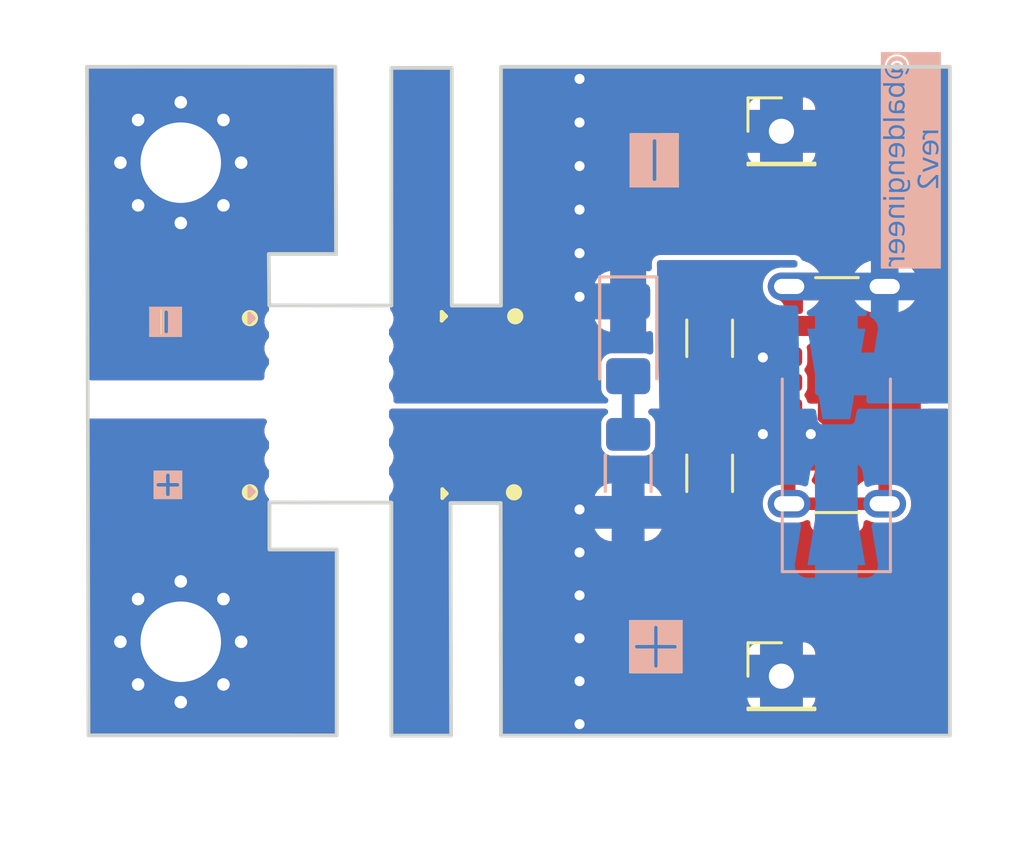
<source format=kicad_pcb>
(kicad_pcb (version 20240108) (generator "pcbnew") (generator_version "8.0")
  (title_block (title "Banana to USB-C") (date "2024-04-06") (rev "2") (company "@baldengineer"))
  (layers (0 "F.Cu" signal) (31 "B.Cu" signal) (34 "B.Paste" user) (35 "F.Paste" user) (36 "B.SilkS" user "B.Silkscreen") (37 "F.SilkS" user "F.Silkscreen") (38 "B.Mask" user) (39 "F.Mask" user) (44 "Edge.Cuts" user))
  (net 0 "")
  (net 1 "GND")
  (net 2 "/Positive")
  (net 3 "Net-(D1-A)")
  (net 4 "Net-(D2-A)")
  (net 5 "Net-(J1-CC2)")
  (net 6 "Net-(J1-CC1)")
  (footprint "" (layer "F.Cu") (at 136.89 96.122884)
    (property "Reference" "" (at 0 0 0) (layer "F.SilkS") (effects (font (size 1.27 1.27))))
    (property "Value" "" (at 0 0 0) (layer "F.SilkS") (effects (font (size 1.27 1.27))))
    (pad "" np_thru_hole circle (at 0 0) (size 0.635 0.635) (drill 0.635) (layers "F&B.Cu" "*.Mask"))
  )
  (footprint "My Libraries:25mil_Hole" (layer "F.Cu") (at 133.018494 99.55)
    (property "Reference" "REF**" (hide yes))
    (property "Value" "25mil_Hole")
    (pad "" np_thru_hole circle (at -0.127 -0.2032) (size 0.635 0.635) (drill 0.635) (layers "F&B.Cu" "*.Mask"))
  )
  (footprint "Connector_PinHeader_2.54mm:PinHeader_1x01_P2.54mm_Vertical" (layer "F.Cu") (at 152.8826 88.6714)
    (property "Reference" "J3" (hide yes))
    (property "Value" "Negative")
    (fp_line (start -1.33 -1.33) (end 0 -1.33) (stroke (width 0.12)) (layer "F.SilkS"))
    (fp_line (start -1.33 0) (end -1.33 -1.33) (stroke (width 0.12)) (layer "F.SilkS"))
    (fp_line (start -1.33 1.27) (end -1.33 1.33) (stroke (width 0.12)) (layer "F.SilkS"))
    (fp_line (start -1.33 1.27) (end 1.33 1.27) (stroke (width 0.12)) (layer "F.SilkS"))
    (fp_line (start -1.33 1.33) (end 1.33 1.33) (stroke (width 0.12)) (layer "F.SilkS"))
    (fp_line (start 1.33 1.27) (end 1.33 1.33) (stroke (width 0.12)) (layer "F.SilkS"))
    (pad "1" thru_hole rect (at 0 0) (size 1.7 1.7) (drill 1) (layers "*.Cu" "*.Mask") (net 1 "GND"))
  )
  (footprint "My Libraries:25mil_Hole" (layer "F.Cu") (at 133.018494 103.056308)
    (property "Reference" "REF**" (hide yes))
    (property "Value" "25mil_Hole")
    (pad "" np_thru_hole circle (at -0.127 -0.2032) (size 0.635 0.635) (drill 0.635) (layers "F&B.Cu" "*.Mask"))
  )
  (footprint "Resistor_SMD:R_1206_3216Metric_Pad1.30x1.75mm_HandSolder" (layer "F.Cu") (at 150.03 96.901 -90)
    (property "Reference" "R4" (hide yes))
    (property "Value" "56k")
    (fp_line (start -0.727064 0.91) (end 0.727064 0.91) (stroke (width 0.12)) (layer "F.SilkS"))
    (fp_line (start -0.727064 -0.91) (end 0.727064 -0.91) (stroke (width 0.12)) (layer "F.SilkS"))
    (pad "1" smd roundrect (at -1.55 0 270) (size 1.3 1.75) (layers "F.Cu" "F.Paste" "F.Mask") (roundrect_rratio 0.192308) (net 2 "/Positive"))
    (pad "2" smd roundrect (at 1.55 0 270) (size 1.3 1.75) (layers "F.Cu" "F.Paste" "F.Mask") (roundrect_rratio 0.192308) (net 5 "Net-(J1-CC2)"))
  )
  (footprint "MountingHole:MountingHole_3.2mm_M3_Pad_Via" (layer "F.Cu") (at 129.000138 108.96825)
    (property "Reference" "H1" (hide yes))
    (property "Value" "Positive")
    (pad "1" thru_hole circle (at -2.4 0) (size 0.8 0.8) (drill 0.5) (layers "*.Cu" "*.Mask") (net 2 "/Positive"))
    (pad "1" thru_hole circle (at -1.697056 -1.697056) (size 0.8 0.8) (drill 0.5) (layers "*.Cu" "*.Mask") (net 2 "/Positive"))
    (pad "1" thru_hole circle (at -1.697056 1.697056) (size 0.8 0.8) (drill 0.5) (layers "*.Cu" "*.Mask") (net 2 "/Positive"))
    (pad "1" thru_hole circle (at 0 -2.4) (size 0.8 0.8) (drill 0.5) (layers "*.Cu" "*.Mask") (net 2 "/Positive"))
    (pad "1" thru_hole circle (at 0 0) (size 6.4 6.4) (drill 3.2) (layers "*.Cu" "*.Mask") (net 2 "/Positive"))
    (pad "1" thru_hole circle (at 0 2.4) (size 0.8 0.8) (drill 0.5) (layers "*.Cu" "*.Mask") (net 2 "/Positive"))
    (pad "1" thru_hole circle (at 1.697056 -1.697056) (size 0.8 0.8) (drill 0.5) (layers "*.Cu" "*.Mask") (net 2 "/Positive"))
    (pad "1" thru_hole circle (at 1.697056 1.697056) (size 0.8 0.8) (drill 0.5) (layers "*.Cu" "*.Mask") (net 2 "/Positive"))
    (pad "1" thru_hole circle (at 2.4 0) (size 0.8 0.8) (drill 0.5) (layers "*.Cu" "*.Mask") (net 2 "/Positive"))
  )
  (footprint "My Libraries:25mil_Hole" (layer "F.Cu") (at 133.018494 96.43124)
    (property "Reference" "REF**" (hide yes))
    (property "Value" "25mil_Hole")
    (pad "" np_thru_hole circle (at -0.127 -0.2032) (size 0.635 0.635) (drill 0.635) (layers "F&B.Cu" "*.Mask"))
  )
  (footprint "My Libraries:25mil_Hole" (layer "F.Cu") (at 128.427 99.4932)
    (property "Reference" "REF**" (hide yes))
    (property "Value" "25mil_Hole")
    (pad "" np_thru_hole circle (at -0.127 -0.2032) (size 0.635 0.635) (drill 0.635) (layers "F&B.Cu" "*.Mask"))
  )
  (footprint "My Libraries:25mil_Hole" (layer "F.Cu") (at 127.265494 99.4932)
    (property "Reference" "REF**" (hide yes))
    (property "Value" "25mil_Hole")
    (pad "" np_thru_hole circle (at -0.127 -0.2032) (size 0.635 0.635) (drill 0.635) (layers "F&B.Cu" "*.Mask"))
  )
  (footprint "My Libraries:25mil_Hole" (layer "F.Cu") (at 129.588506 99.4932)
    (property "Reference" "REF**" (hide yes))
    (property "Value" "25mil_Hole")
    (pad "" np_thru_hole circle (at -0.127 -0.2032) (size 0.635 0.635) (drill 0.635) (layers "F&B.Cu" "*.Mask"))
  )
  (footprint "Connector_PinHeader_2.54mm:PinHeader_1x01_P2.54mm_Vertical" (layer "F.Cu") (at 152.8826 110.3376)
    (property "Reference" "J2" (hide yes))
    (property "Value" "Positive")
    (fp_line (start -1.33 -1.33) (end 0 -1.33) (stroke (width 0.12)) (layer "F.SilkS"))
    (fp_line (start -1.33 0) (end -1.33 -1.33) (stroke (width 0.12)) (layer "F.SilkS"))
    (fp_line (start -1.33 1.27) (end -1.33 1.33) (stroke (width 0.12)) (layer "F.SilkS"))
    (fp_line (start -1.33 1.27) (end 1.33 1.27) (stroke (width 0.12)) (layer "F.SilkS"))
    (fp_line (start -1.33 1.33) (end 1.33 1.33) (stroke (width 0.12)) (layer "F.SilkS"))
    (fp_line (start 1.33 1.27) (end 1.33 1.33) (stroke (width 0.12)) (layer "F.SilkS"))
    (pad "1" thru_hole rect (at 0 0) (size 1.7 1.7) (drill 1) (layers "*.Cu" "*.Mask") (net 2 "/Positive"))
  )
  (footprint "My Libraries:25mil_Hole" (layer "F.Cu") (at 130.750012 99.4932)
    (property "Reference" "REF**" (hide yes))
    (property "Value" "25mil_Hole")
    (pad "" np_thru_hole circle (at -0.127 -0.2032) (size 0.635 0.635) (drill 0.635) (layers "F&B.Cu" "*.Mask"))
  )
  (footprint "Resistor_SMD:R_1206_3216Metric_Pad1.30x1.75mm_HandSolder" (layer "F.Cu") (at 146.79 102.27 90)
    (property "Reference" "R1" (hide yes))
    (property "Value" "1k")
    (fp_line (start -0.727064 -0.91) (end 0.727064 -0.91) (stroke (width 0.12)) (layer "F.SilkS"))
    (fp_line (start -0.727064 0.91) (end 0.727064 0.91) (stroke (width 0.12)) (layer "F.SilkS"))
    (pad "1" smd roundrect (at -1.55 0 90) (size 1.3 1.75) (layers "F.Cu" "F.Paste" "F.Mask") (roundrect_rratio 0.192308) (net 2 "/Positive"))
    (pad "2" smd roundrect (at 1.55 0 90) (size 1.3 1.75) (layers "F.Cu" "F.Paste" "F.Mask") (roundrect_rratio 0.192308) (net 3 "Net-(D1-A)"))
  )
  (footprint "My Libraries:25mil_Hole" (layer "F.Cu") (at 133.018494 100.783356)
    (property "Reference" "REF**" (hide yes))
    (property "Value" "25mil_Hole")
    (pad "" np_thru_hole circle (at -0.127 -0.2032) (size 0.635 0.635) (drill 0.635) (layers "F&B.Cu" "*.Mask"))
  )
  (footprint "Connector_USB:USB_C_Receptacle_GCT_USB4125-xx-x_6P_TopMnt_Horizontal" (layer "F.Cu") (at 156.19 99.16 90)
    (property "Reference" "J1" (hide yes))
    (property "Value" "USB4125-GF-A-0190")
    (fp_line (start 4.67 -0.25) (end 4.67 -1.95) (stroke (width 0.12)) (layer "F.SilkS"))
    (fp_line (start -4.67 -0.25) (end -4.67 -1.95) (stroke (width 0.12)) (layer "F.SilkS"))
    (pad "A5" smd roundrect (at -0.5 -3.08 90) (size 0.7 1.2) (layers "F.Cu" "F.Paste" "F.Mask") (net 6 "Net-(J1-CC1)"))
    (pad "A9" smd roundrect (at 1.52 -3.08 270) (size 0.76 1.2) (layers "F.Cu" "F.Paste" "F.Mask") (net 2 "/Positive"))
    (pad "A12" smd roundrect (at 2.75 -3.08 270) (size 0.8 1.2) (layers "F.Cu" "F.Paste" "F.Mask") (net 1 "GND"))
    (pad "B5" smd roundrect (at 0.5 -3.08 270) (size 0.7 1.2) (layers "F.Cu" "F.Paste" "F.Mask") (net 5 "Net-(J1-CC2)"))
    (pad "B9" smd roundrect (at -1.52 -3.08 90) (size 0.76 1.2) (layers "F.Cu" "F.Paste" "F.Mask") (net 2 "/Positive"))
    (pad "B12" smd roundrect (at -2.75 -3.08 90) (size 0.8 1.2) (layers "F.Cu" "F.Paste" "F.Mask") (net 1 "GND"))
    (pad "S1" thru_hole oval (at -4.32 -3 90) (size 1.1 1.7) (drill oval 0.6 1.2) (layers "*.Cu" "*.Mask" "F.Paste") (net 1 "GND"))
    (pad "S1" thru_hole oval (at -4.32 0.8 90) (size 1.1 1.7) (drill oval 0.6 1.2) (layers "*.Cu" "*.Mask" "F.Paste") (net 1 "GND"))
    (pad "S1" thru_hole oval (at 4.32 -3 90) (size 1.1 1.7) (drill oval 0.6 1.2) (layers "*.Cu" "*.Mask" "F.Paste") (net 1 "GND"))
    (pad "S1" thru_hole oval (at 4.32 0.8 90) (size 1.1 1.7) (drill oval 0.6 1.2) (layers "*.Cu" "*.Mask" "F.Paste") (net 1 "GND"))
  )
  (footprint "My Libraries:25mil_Hole" (layer "F.Cu") (at 131.911518 99.4932)
    (property "Reference" "REF**" (hide yes))
    (property "Value" "25mil_Hole")
    (pad "" np_thru_hole circle (at -0.127 -0.2032) (size 0.635 0.635) (drill 0.635) (layers "F&B.Cu" "*.Mask"))
  )
  (footprint "" (layer "F.Cu") (at 136.89 102.747952)
    (property "Reference" "" (at 0 0 0) (layer "F.SilkS") (effects (font (size 1.27 1.27))))
    (property "Value" "" (at 0 0 0) (layer "F.SilkS") (effects (font (size 1.27 1.27))))
    (pad "" np_thru_hole circle (at 0 0) (size 0.635 0.635) (drill 0.635) (layers "F&B.Cu" "*.Mask"))
  )
  (footprint "My Libraries:25mil_Hole" (layer "F.Cu") (at 126.103988 99.4932)
    (property "Reference" "REF**" (hide yes))
    (property "Value" "25mil_Hole")
    (pad "" np_thru_hole circle (at -0.127 -0.2032) (size 0.635 0.635) (drill 0.635) (layers "F&B.Cu" "*.Mask"))
  )
  (footprint "MountingHole:MountingHole_3.2mm_M3_Pad_Via" (layer "F.Cu") (at 129.000138 89.91825)
    (property "Reference" "H2" (hide yes))
    (property "Value" "Negative")
    (pad "1" thru_hole circle (at -2.4 0) (size 0.8 0.8) (drill 0.5) (layers "*.Cu" "*.Mask") (net 1 "GND"))
    (pad "1" thru_hole circle (at -1.697056 -1.697056) (size 0.8 0.8) (drill 0.5) (layers "*.Cu" "*.Mask") (net 1 "GND"))
    (pad "1" thru_hole circle (at -1.697056 1.697056) (size 0.8 0.8) (drill 0.5) (layers "*.Cu" "*.Mask") (net 1 "GND"))
    (pad "1" thru_hole circle (at 0 -2.4) (size 0.8 0.8) (drill 0.5) (layers "*.Cu" "*.Mask") (net 1 "GND"))
    (pad "1" thru_hole circle (at 0 0) (size 6.4 6.4) (drill 3.2) (layers "*.Cu" "*.Mask") (net 1 "GND"))
    (pad "1" thru_hole circle (at 0 2.4) (size 0.8 0.8) (drill 0.5) (layers "*.Cu" "*.Mask") (net 1 "GND"))
    (pad "1" thru_hole circle (at 1.697056 -1.697056) (size 0.8 0.8) (drill 0.5) (layers "*.Cu" "*.Mask") (net 1 "GND"))
    (pad "1" thru_hole circle (at 1.697056 1.697056) (size 0.8 0.8) (drill 0.5) (layers "*.Cu" "*.Mask") (net 1 "GND"))
    (pad "1" thru_hole circle (at 2.4 0) (size 0.8 0.8) (drill 0.5) (layers "*.Cu" "*.Mask") (net 1 "GND"))
  )
  (footprint "" (layer "F.Cu") (at 136.89 97.194764)
    (property "Reference" "" (at 0 0 0) (layer "F.SilkS") (effects (font (size 1.27 1.27))))
    (property "Value" "" (at 0 0 0) (layer "F.SilkS") (effects (font (size 1.27 1.27))))
    (pad "" np_thru_hole circle (at 0 0) (size 0.635 0.635) (drill 0.635) (layers "F&B.Cu" "*.Mask"))
  )
  (footprint "My Libraries:25mil_Hole" (layer "F.Cu") (at 133.018494 97.50312)
    (property "Reference" "REF**" (hide yes))
    (property "Value" "25mil_Hole")
    (pad "" np_thru_hole circle (at -0.127 -0.2032) (size 0.635 0.635) (drill 0.635) (layers "F&B.Cu" "*.Mask"))
  )
  (footprint "" (layer "F.Cu") (at 136.89 99.313124)
    (property "Reference" "" (at 0 0 0) (layer "F.SilkS") (effects (font (size 1.27 1.27))))
    (property "Value" "" (at 0 0 0) (layer "F.SilkS") (effects (font (size 1.27 1.27))))
    (pad "" np_thru_hole circle (at 0 0) (size 0.635 0.635) (drill 0.635) (layers "F&B.Cu" "*.Mask"))
  )
  (footprint "" (layer "F.Cu") (at 136.89 101.611476)
    (property "Reference" "" (at 0 0 0) (layer "F.SilkS") (effects (font (size 1.27 1.27))))
    (property "Value" "" (at 0 0 0) (layer "F.SilkS") (effects (font (size 1.27 1.27))))
    (pad "" np_thru_hole circle (at 0 0) (size 0.635 0.635) (drill 0.635) (layers "F&B.Cu" "*.Mask"))
  )
  (footprint "My Libraries:25mil_Hole" (layer "F.Cu") (at 133.018494 101.919832)
    (property "Reference" "REF**" (hide yes))
    (property "Value" "25mil_Hole")
    (pad "" np_thru_hole circle (at -0.127 -0.2032) (size 0.635 0.635) (drill 0.635) (layers "F&B.Cu" "*.Mask"))
  )
  (footprint "Resistor_SMD:R_1206_3216Metric_Pad1.30x1.75mm_HandSolder" (layer "F.Cu") (at 150.03 102.27 90)
    (property "Reference" "R3" (hide yes))
    (property "Value" "56k")
    (fp_line (start -0.727064 -0.91) (end 0.727064 -0.91) (stroke (width 0.12)) (layer "F.SilkS"))
    (fp_line (start -0.727064 0.91) (end 0.727064 0.91) (stroke (width 0.12)) (layer "F.SilkS"))
    (pad "1" smd roundrect (at -1.55 0 90) (size 1.3 1.75) (layers "F.Cu" "F.Paste" "F.Mask") (roundrect_rratio 0.192308) (net 2 "/Positive"))
    (pad "2" smd roundrect (at 1.55 0 90) (size 1.3 1.75) (layers "F.Cu" "F.Paste" "F.Mask") (roundrect_rratio 0.192308) (net 6 "Net-(J1-CC1)"))
  )
  (footprint "" (layer "F.Cu") (at 136.89 98.266644)
    (property "Reference" "" (at 0 0 0) (layer "F.SilkS") (effects (font (size 1.27 1.27))))
    (property "Value" "" (at 0 0 0) (layer "F.SilkS") (effects (font (size 1.27 1.27))))
    (pad "" np_thru_hole circle (at 0 0) (size 0.635 0.635) (drill 0.635) (layers "F&B.Cu" "*.Mask"))
  )
  (footprint "My Libraries:25mil_Hole" (layer "F.Cu") (at 133.018494 98.575)
    (property "Reference" "REF**" (hide yes))
    (property "Value" "25mil_Hole")
    (pad "" np_thru_hole circle (at -0.127 -0.2032) (size 0.635 0.635) (drill 0.635) (layers "F&B.Cu" "*.Mask"))
  )
  (footprint "" (layer "F.Cu") (at 136.89 100.475)
    (property "Reference" "" (at 0 0 0) (layer "F.SilkS") (effects (font (size 1.27 1.27))))
    (property "Value" "" (at 0 0 0) (layer "F.SilkS") (effects (font (size 1.27 1.27))))
    (pad "" np_thru_hole circle (at 0 0) (size 0.635 0.635) (drill 0.635) (layers "F&B.Cu" "*.Mask"))
  )
  (footprint "LED_SMD:LED_1206_3216Metric_Pad1.42x1.75mm_HandSolder" (layer "F.Cu") (at 146.79 96.92 -90)
    (property "Reference" "D1" (hide yes))
    (property "Value" "Green")
    (fp_line (start -2.46 1.135) (end 1.6 1.135) (stroke (width 0.12)) (layer "F.SilkS"))
    (fp_line (start -2.46 -1.135) (end -2.46 1.135) (stroke (width 0.12)) (layer "F.SilkS"))
    (fp_line (start 1.6 -1.135) (end -2.46 -1.135) (stroke (width 0.12)) (layer "F.SilkS"))
    (pad "1" smd roundrect (at -1.4875 0 270) (size 1.425 1.75) (layers "F.Cu" "F.Paste" "F.Mask") (roundrect_rratio 0.175439) (net 1 "GND"))
    (pad "2" smd roundrect (at 1.4875 0 270) (size 1.425 1.75) (layers "F.Cu" "F.Paste" "F.Mask") (roundrect_rratio 0.175439) (net 3 "Net-(D1-A)"))
  )
  (footprint "Resistor_SMD:R_1206_3216Metric_Pad1.30x1.75mm_HandSolder" (layer "B.Cu") (at 146.79 102.27 90)
    (property "Reference" "R2" (hide yes))
    (property "Value" "1k")
    (fp_line (start 0.727064 -0.91) (end -0.727064 -0.91) (stroke (width 0.12)) (layer "B.SilkS"))
    (fp_line (start 0.727064 0.91) (end -0.727064 0.91) (stroke (width 0.12)) (layer "B.SilkS"))
    (pad "1" smd roundrect (at -1.55 0 90) (size 1.3 1.75) (layers "B.Cu" "B.Paste" "B.Mask") (roundrect_rratio 0.192308) (net 2 "/Positive"))
    (pad "2" smd roundrect (at 1.55 0 90) (size 1.3 1.75) (layers "B.Cu" "B.Paste" "B.Mask") (roundrect_rratio 0.192308) (net 4 "Net-(D2-A)"))
  )
  (footprint "Diode_SMD:D_SMA-SMB_Universal_Handsoldering" (layer "B.Cu") (at 155.067 101.219 90)
    (property "Reference" "D3" (hide yes))
    (property "Value" "SMBJ6.0A")
    (fp_line (start 2.7 -2.15) (end -4.96 -2.15) (stroke (width 0.12)) (layer "B.SilkS"))
    (fp_line (start -4.96 -2.15) (end -4.96 2.15) (stroke (width 0.12)) (layer "B.SilkS"))
    (fp_line (start 2.7 2.15) (end -4.96 2.15) (stroke (width 0.12)) (layer "B.SilkS"))
    (pad "1" smd trapezoid (at -2.9 0 90) (size 3.6 1.7) (rect_delta 0.6 0) (layers "B.Cu" "B.Paste" "B.Mask") (net 2 "/Positive"))
    (pad "2" smd trapezoid (at 2.9 0 270) (size 3.6 1.7) (rect_delta 0.6 0) (layers "B.Cu" "B.Paste" "B.Mask") (net 1 "GND"))
  )
  (footprint "LED_SMD:LED_1206_3216Metric_Pad1.42x1.75mm_HandSolder" (layer "B.Cu") (at 146.79 96.92 -90)
    (property "Reference" "D2" (hide yes))
    (property "Value" "Green")
    (fp_line (start -2.46 1.135) (end 1.6 1.135) (stroke (width 0.12)) (layer "B.SilkS"))
    (fp_line (start -2.46 -1.135) (end -2.46 1.135) (stroke (width 0.12)) (layer "B.SilkS"))
    (fp_line (start 1.6 -1.135) (end -2.46 -1.135) (stroke (width 0.12)) (layer "B.SilkS"))
    (pad "1" smd roundrect (at -1.4875 0 270) (size 1.425 1.75) (layers "B.Cu" "B.Paste" "B.Mask") (roundrect_rratio 0.175439) (net 1 "GND"))
    (pad "2" smd roundrect (at 1.4875 0 270) (size 1.425 1.75) (layers "B.Cu" "B.Paste" "B.Mask") (roundrect_rratio 0.175439) (net 4 "Net-(D2-A)"))
  )
  (gr_rect (start 127.75 95.65) (end 129.05 95.75) (fill solid) (layer "B.SilkS"))
  (gr_rect (start 127.75 96.75) (end 129.05 96.85) (fill solid) (layer "B.SilkS"))
  (gr_line (start 131.725 95.925) (end 131.725 96.275) (stroke (width 0.15)) (layer "B.SilkS"))
  (gr_line (start 131.725 95.95) (end 131.725 95.925) (stroke (width 0.15)) (layer "B.SilkS"))
  (gr_line (start 131.725 103.175) (end 131.9 103) (stroke (width 0.15)) (layer "B.SilkS"))
  (gr_line (start 131.725 96.275) (end 131.9 96.1) (stroke (width 0.15)) (layer "B.SilkS"))
  (gr_line (start 131.725 95.925) (end 131.9 96.1) (stroke (width 0.15)) (layer "B.SilkS"))
  (gr_line (start 131.725 102.825) (end 131.725 103.175) (stroke (width 0.15)) (layer "B.SilkS"))
  (gr_rect (start 127.75 95.675) (end 128.2 96.825) (fill solid) (layer "B.SilkS"))
  (gr_rect (start 146.85 88.75) (end 147.55 90.9) (fill solid) (layer "B.SilkS"))
  (gr_rect (start 128.55 95.675) (end 129.05 96.825) (fill solid) (layer "B.SilkS"))
  (gr_line (start 131.725 102.85) (end 131.725 102.825) (stroke (width 0.15)) (layer "B.SilkS"))
  (gr_rect (start 148.1 88.75) (end 148.8 90.9) (fill solid) (layer "B.SilkS"))
  (gr_rect (start 146.85 90.7) (end 148.75 90.9) (fill solid) (layer "B.SilkS"))
  (gr_rect (start 146.85 88.75) (end 148.75 88.95) (fill solid) (layer "B.SilkS"))
  (gr_line (start 131.725 102.825) (end 131.9 103) (stroke (width 0.15)) (layer "B.SilkS"))
  (gr_rect (start 128.6 95.675) (end 129.05 96.825) (fill solid) (layer "F.SilkS"))
  (gr_rect (start 146.9 90.7) (end 148.8 90.9) (fill solid) (layer "F.SilkS"))
  (gr_rect (start 127.75 95.65) (end 129.05 95.75) (fill solid) (layer "F.SilkS"))
  (gr_rect (start 127.75 95.675) (end 128.25 96.825) (fill solid) (layer "F.SilkS"))
  (gr_line (start 139.575 103.075) (end 139.4 103.25) (stroke (width 0.15)) (layer "F.SilkS"))
  (gr_circle (center 131.75 96.1) (end 131.997487 96.1) (stroke (width 0.15)) (fill solid) (layer "F.SilkS"))
  (gr_rect (start 127.75 96.75) (end 129.05 96.85) (fill solid) (layer "F.SilkS"))
  (gr_circle (center 131.75 103.025) (end 131.997487 103.025) (stroke (width 0.15)) (fill solid) (layer "F.SilkS"))
  (gr_circle (center 142.3 96.025) (end 142.547487 96.025) (stroke (width 0.15)) (fill solid) (layer "F.SilkS"))
  (gr_line (start 139.375 95.85) (end 139.375 96.2) (stroke (width 0.15)) (layer "F.SilkS"))
  (gr_rect (start 146.9 88.75) (end 148.8 88.95) (fill solid) (layer "F.SilkS"))
  (gr_line (start 139.575 103.075) (end 139.4 102.9) (stroke (width 0.15)) (layer "F.SilkS"))
  (gr_circle (center 142.25 103.025) (end 142.497487 103.025) (stroke (width 0.15)) (fill solid) (layer "F.SilkS"))
  (gr_rect (start 148.1 88.75) (end 148.8 90.9) (fill solid) (layer "F.SilkS"))
  (gr_line (start 139.4 103.25) (end 139.4 103.225) (stroke (width 0.15)) (layer "F.SilkS"))
  (gr_line (start 139.55 96.025) (end 139.375 95.85) (stroke (width 0.15)) (layer "F.SilkS"))
  (gr_rect (start 146.85 88.75) (end 147.55 90.9) (fill solid) (layer "F.SilkS"))
  (gr_line (start 139.4 102.9) (end 139.4 103.25) (stroke (width 0.15)) (layer "F.SilkS"))
  (gr_line (start 139.55 96.025) (end 139.375 96.2) (stroke (width 0.15)) (layer "F.SilkS"))
  (gr_line (start 139.375 96.2) (end 139.375 96.175) (stroke (width 0.15)) (layer "F.SilkS"))
  (gr_poly (pts (xy 125.2702 86.106) (xy 135.15 86.1) (xy 135.175 93.5482) (xy 132.5 93.5482) (xy 132.517627 95.590973) (xy 137.375 95.6) (xy 137.373381 86.149359) (xy 139.775 86.15) (xy 139.775012 94.8) (xy 139.775 95.6) (xy 141.732 95.6) (xy 141.732 86.106) (xy 159.581 86.106) (xy 159.581 112.6998) (xy 141.732 112.6998) (xy 141.720678 103.45) (xy 139.725 103.45) (xy 139.75 112.7) (xy 137.375 112.7) (xy 137.375709 103.4326) (xy 135.12 103.4326) (xy 132.525 103.425) (xy 132.525 105.3) (xy 135.2 105.3) (xy 135.2 112.689823) (xy 125.331349 112.689451)) (stroke (width 0.15)) (fill none) (layer "Edge.Cuts"))
  (gr_text "+" (at 149.237695 110.172505 0) (layer "B.SilkS" knockout) (effects (font (size 2 2)) (justify left bottom mirror)))
  (gr_text "-" (at 146.8246 91.1606 -90) (layer "B.SilkS" knockout) (effects (font (size 2 2)) (justify left bottom mirror)))
  (gr_text "@baldengineer\nrev2" (at 158.115 89.789 90) (layer "B.SilkS" knockout) (effects (font (size 0.8 0.8)) (justify mirror)))
  (gr_text "-" (at 128.4895 96.25 -90) (layer "B.SilkS" knockout) (effects (font (size 1 1)) (justify mirror)))
  (gr_text "+" (at 128.4895 102.65 0) (layer "B.SilkS" knockout) (effects (font (size 1 1)) (justify mirror)))
  (gr_text "+" (at 128.4895 102.656775 0) (layer "F.SilkS" knockout) (effects (font (size 1 1))))
  (gr_text "-" (at 148.85 91.15 90) (layer "F.SilkS" knockout) (effects (font (size 2 2)) (justify left bottom)))
  (gr_text "+" (at 146.55 110.1789 0) (layer "F.SilkS" knockout) (effects (font (size 2 2)) (justify left bottom)))
  (gr_text "-" (at 128.35 96.25 90) (layer "F.SilkS" knockout) (effects (font (size 1 1))))
  (segment (start 138.5 88.45) (end 138.5 91.25) (width 0.25) (layer "F.Cu") (net 1))
  (via (at 144.8562 86.5886) (size 0.8) (drill 0.4) (layers "F.Cu" "B.Cu") (net 1))
  (via (at 144.8562 95.25) (size 0.8) (drill 0.4) (layers "F.Cu" "B.Cu") (net 1))
  (via (at 144.8562 88.32088) (size 0.8) (drill 0.4) (layers "F.Cu" "B.Cu") (net 1))
  (via (at 144.8562 90.05316) (size 0.8) (drill 0.4) (layers "F.Cu" "B.Cu") (net 1))
  (via (at 144.8562 91.78544) (size 0.8) (drill 0.4) (layers "F.Cu" "B.Cu") (net 1))
  (via (at 144.8562 93.51772) (size 0.8) (drill 0.4) (layers "F.Cu" "B.Cu") (net 1))
  (segment (start 138.5 88.475) (end 138.5 91.275) (width 0.25) (layer "B.Cu") (net 1))
  (segment (start 153.141 100.711) (end 153.11 100.68) (width 0.25) (layer "F.Cu") (net 2))
  (segment (start 152.169 97.64) (end 152.146 97.663) (width 0.25) (layer "F.Cu") (net 2))
  (segment (start 153.11 100.68) (end 152.177 100.68) (width 0.25) (layer "F.Cu") (net 2))
  (segment (start 152.177 100.68) (end 152.146 100.711) (width 0.25) (layer "F.Cu") (net 2))
  (segment (start 154.051 100.711) (end 153.141 100.711) (width 0.25) (layer "F.Cu") (net 2))
  (segment (start 153.11 97.64) (end 152.169 97.64) (width 0.25) (layer "F.Cu") (net 2))
  (via (at 154.051 100.711) (size 0.8) (drill 0.4) (layers "F.Cu" "B.Cu") (net 2))
  (via (at 144.8562 110.53572) (size 0.8) (drill 0.4) (layers "F.Cu" "B.Cu") (net 2))
  (via (at 144.8562 105.41508) (size 0.8) (drill 0.4) (layers "F.Cu" "B.Cu") (net 2))
  (via (at 152.146 97.663) (size 0.8) (drill 0.4) (layers "F.Cu" "B.Cu") (net 2))
  (via (at 144.8562 107.12196) (size 0.8) (drill 0.4) (layers "F.Cu" "B.Cu") (net 2))
  (via (at 144.8562 103.7082) (size 0.8) (drill 0.4) (layers "F.Cu" "B.Cu") (net 2))
  (via (at 144.8562 108.82884) (size 0.8) (drill 0.4) (layers "F.Cu" "B.Cu") (net 2))
  (via (at 144.8562 112.2426) (size 0.8) (drill 0.4) (layers "F.Cu" "B.Cu") (net 2))
  (via (at 152.146 100.711) (size 0.8) (drill 0.4) (layers "F.Cu" "B.Cu") (net 2))
  (segment (start 149.987 98.408) (end 150.03 98.451) (width 0.25) (layer "B.Cu") (net 2))
  (segment (start 150.114 98.116) (end 150.03 98.2) (width 0.25) (layer "B.Cu") (net 2))
  (segment (start 150.114 100.804) (end 150.03 100.72) (width 0.25) (layer "B.Cu") (net 2))
  (segment (start 146.79 98.4075) (end 146.79 100.72) (width 0.5) (layer "F.Cu") (net 3))
  (segment (start 146.79 98.4075) (end 146.79 100.72) (width 0.5) (layer "B.Cu") (net 4))
  (segment (start 150.222 98.66) (end 149.987 98.425) (width 0.25) (layer "F.Cu") (net 5))
  (segment (start 150.03 98.451) (end 150.2326 98.6536) (width 0.25) (layer "F.Cu") (net 5))
  (segment (start 153.1036 98.6536) (end 153.11 98.66) (width 0.25) (layer "F.Cu") (net 5))
  (segment (start 150.2326 98.6536) (end 153.1036 98.6536) (width 0.25) (layer "F.Cu") (net 5))
  (segment (start 153.11 99.66) (end 151.09 99.66) (width 0.25) (layer "F.Cu") (net 6))
  (segment (start 151.09 99.66) (end 150.03 100.72) (width 0.25) (layer "F.Cu") (net 6))
  (zone (net 1) (net_name "GND") (layer "F.Cu") (priority 3) (connect_pads (clearance 0)) (min_thickness 0.25) (fill yes (thermal_gap 0.5) (thermal_bridge_width 0.5))
    (polygon (pts (xy 151.765 101.219) (xy 154.305 101.219) (xy 154.432 93.853) (xy 158.496 93.853) (xy 158.369 104.394) (xy 151.765 104.394)))
  )
  (zone (net 2) (net_name "/Positive") (layers "F&B.Cu") (priority 1) (connect_pads yes (clearance 0)) (min_thickness 0.25) (fill yes (thermal_gap 0.5) (thermal_bridge_width 0.5) (island_removal_mode 1) (island_area_min 10))
    (polygon (pts (xy 124.55 116.55) (xy 124.55 105.8) (xy 125.575 104.775) (xy 132 104.775) (xy 133.225 106) (xy 133.225 113.675) (xy 130.975 115.925) (xy 124.875 115.925) (xy 124.875 116.225)))
  )
  (zone (net 2) (net_name "/Positive") (layers "F&B.Cu") (priority 1) (connect_pads (clearance 0)) (min_thickness 0.25) (fill yes (thermal_gap 0.254) (thermal_bridge_width 5))
    (polygon (pts (xy 147.9296 93.7936) (xy 153.5176 93.7936) (xy 153.67 102.616) (xy 148.082 102.616)))
  )
  (zone (net 1) (net_name "GND") (layers "F&B.Cu") (connect_pads yes (clearance 0)) (min_thickness 0.25) (fill yes (thermal_gap 0.5) (thermal_bridge_width 0.5) (island_removal_mode 1) (island_area_min 10))
    (polygon (pts (xy 125.1 83.475) (xy 133.325 83.475) (xy 133.325 92.575) (xy 131.875 94.025) (xy 125.125 94.025) (xy 124.9 94.25) (xy 124.45 93.8) (xy 124.45 83.925) (xy 124.925 83.45) (xy 125.125 83.45)))
  )
  (zone (net 2) (net_name "/Positive") (layers "F&B.Cu") (priority 1) (connect_pads (clearance 0)) (min_thickness 0.25) (fill yes (thermal_gap 0.5) (thermal_bridge_width 5) (island_removal_mode 1) (island_area_min 10))
    (polygon (pts (xy 162.55 114.675) (xy 162.55 99.8) (xy 162.45 99.7) (xy 122.5 99.7) (xy 122.5 113.725) (xy 123.45 114.675)))
  )
  (zone (net 1) (net_name "GND") (layers "F&B.Cu") (connect_pads (clearance 0)) (min_thickness 0.25) (fill yes (thermal_gap 0.5) (thermal_bridge_width 5) (island_removal_mode 1) (island_area_min 10))
    (polygon (pts (xy 123.55 84.85) (xy 160 84.85) (xy 160.8 85.65) (xy 160.8 99.5) (xy 123.975 99.5) (xy 122.8 98.325) (xy 122.8 85.6) (xy 123.5 84.9)))
  )
  (zone (net 0) (net_name "") (layers "F&B.Cu" "User.5") (connect_pads (clearance 0)) (min_thickness 0.254)
    (keepout (tracks not_allowed) (vias not_allowed) (pads allowed) (copperpour not_allowed) (footprints allowed))
    (fill (thermal_gap 0.254) (thermal_bridge_width 1.016) (island_removal_mode 2) (island_area_min 10))
    (polygon (pts (xy 132.50788 95.55705) (xy 137.28308 95.55705) (xy 137.28308 103.40565) (xy 132.50788 103.40565)))
  )
  (zone (net 0) (net_name "") (layers "F&B.Cu" "User.5") (connect_pads (clearance 0)) (min_thickness 0.254)
    (keepout (tracks not_allowed) (vias not_allowed) (pads allowed) (copperpour not_allowed) (footprints allowed))
    (fill (thermal_gap 0.254) (thermal_bridge_width 1.016) (island_removal_mode 2) (island_area_min 10))
    (polygon (pts (xy 125.118644 98.56965) (xy 136.096644 98.56965) (xy 136.096644 99.83965) (xy 136.096644 100.09365) (xy 125.118644 100.09365)))
  )
)
</source>
